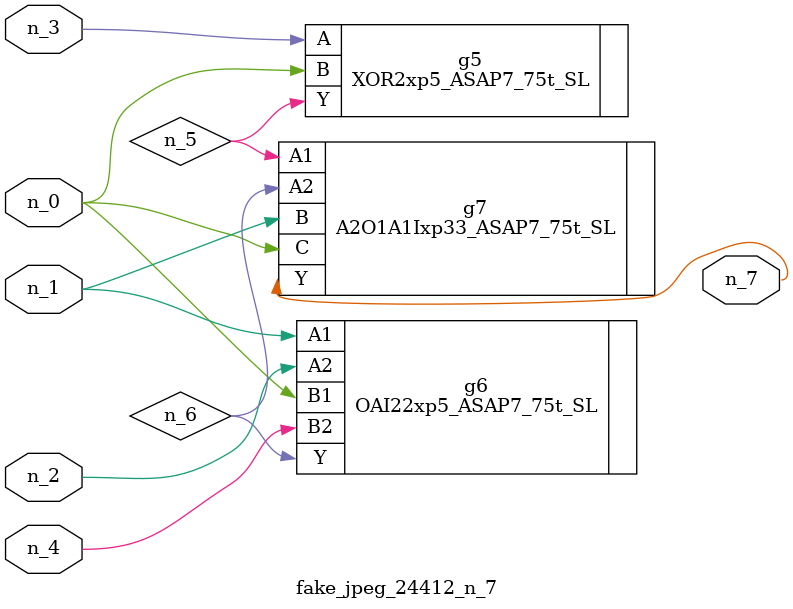
<source format=v>
module fake_jpeg_24412_n_7 (n_3, n_2, n_1, n_0, n_4, n_7);

input n_3;
input n_2;
input n_1;
input n_0;
input n_4;

output n_7;

wire n_6;
wire n_5;

XOR2xp5_ASAP7_75t_SL g5 ( 
.A(n_3),
.B(n_0),
.Y(n_5)
);

OAI22xp5_ASAP7_75t_SL g6 ( 
.A1(n_1),
.A2(n_2),
.B1(n_0),
.B2(n_4),
.Y(n_6)
);

A2O1A1Ixp33_ASAP7_75t_SL g7 ( 
.A1(n_5),
.A2(n_6),
.B(n_1),
.C(n_0),
.Y(n_7)
);


endmodule
</source>
